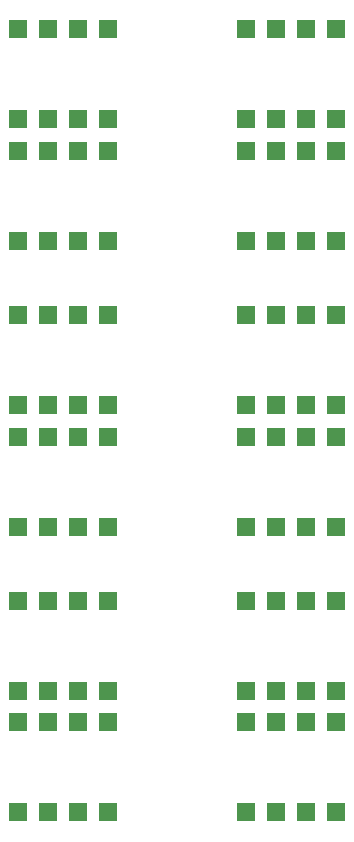
<source format=gbr>
%TF.GenerationSoftware,KiCad,Pcbnew,8.0.4*%
%TF.CreationDate,2024-09-15T22:50:30-03:00*%
%TF.ProjectId,panelized_TA65,70616e65-6c69-47a6-9564-5f544136352e,rev?*%
%TF.SameCoordinates,Original*%
%TF.FileFunction,Paste,Top*%
%TF.FilePolarity,Positive*%
%FSLAX46Y46*%
G04 Gerber Fmt 4.6, Leading zero omitted, Abs format (unit mm)*
G04 Created by KiCad (PCBNEW 8.0.4) date 2024-09-15 22:50:30*
%MOMM*%
%LPD*%
G01*
G04 APERTURE LIST*
%ADD10R,1.600000X1.600000*%
G04 APERTURE END LIST*
D10*
%TO.C,U1*%
X154480000Y-101270500D03*
X157020000Y-101270500D03*
X159560000Y-101270500D03*
X162100000Y-101270500D03*
X162100000Y-93650500D03*
X159560000Y-93650500D03*
X157020000Y-93650500D03*
X154480000Y-93650500D03*
%TD*%
%TO.C,U1*%
X154480000Y-52870500D03*
X157020000Y-52870500D03*
X159560000Y-52870500D03*
X162100000Y-52870500D03*
X162100000Y-45250500D03*
X159560000Y-45250500D03*
X157020000Y-45250500D03*
X154480000Y-45250500D03*
%TD*%
%TO.C,U2*%
X154480000Y-66750500D03*
X157020000Y-66750500D03*
X159560000Y-66750500D03*
X162100000Y-66750500D03*
X162100000Y-59130500D03*
X159560000Y-59130500D03*
X157020000Y-59130500D03*
X154480000Y-59130500D03*
%TD*%
%TO.C,U1*%
X135180000Y-52870500D03*
X137720000Y-52870500D03*
X140260000Y-52870500D03*
X142800000Y-52870500D03*
X142800000Y-45250500D03*
X140260000Y-45250500D03*
X137720000Y-45250500D03*
X135180000Y-45250500D03*
%TD*%
%TO.C,U1*%
X135180000Y-101270500D03*
X137720000Y-101270500D03*
X140260000Y-101270500D03*
X142800000Y-101270500D03*
X142800000Y-93650500D03*
X140260000Y-93650500D03*
X137720000Y-93650500D03*
X135180000Y-93650500D03*
%TD*%
%TO.C,U2*%
X154480000Y-42550500D03*
X157020000Y-42550500D03*
X159560000Y-42550500D03*
X162100000Y-42550500D03*
X162100000Y-34930500D03*
X159560000Y-34930500D03*
X157020000Y-34930500D03*
X154480000Y-34930500D03*
%TD*%
%TO.C,U1*%
X154480000Y-77070500D03*
X157020000Y-77070500D03*
X159560000Y-77070500D03*
X162100000Y-77070500D03*
X162100000Y-69450500D03*
X159560000Y-69450500D03*
X157020000Y-69450500D03*
X154480000Y-69450500D03*
%TD*%
%TO.C,U2*%
X135180000Y-90950500D03*
X137720000Y-90950500D03*
X140260000Y-90950500D03*
X142800000Y-90950500D03*
X142800000Y-83330500D03*
X140260000Y-83330500D03*
X137720000Y-83330500D03*
X135180000Y-83330500D03*
%TD*%
%TO.C,U2*%
X135180000Y-66750500D03*
X137720000Y-66750500D03*
X140260000Y-66750500D03*
X142800000Y-66750500D03*
X142800000Y-59130500D03*
X140260000Y-59130500D03*
X137720000Y-59130500D03*
X135180000Y-59130500D03*
%TD*%
%TO.C,U2*%
X135180000Y-42550500D03*
X137720000Y-42550500D03*
X140260000Y-42550500D03*
X142800000Y-42550500D03*
X142800000Y-34930500D03*
X140260000Y-34930500D03*
X137720000Y-34930500D03*
X135180000Y-34930500D03*
%TD*%
%TO.C,U1*%
X135180000Y-77070500D03*
X137720000Y-77070500D03*
X140260000Y-77070500D03*
X142800000Y-77070500D03*
X142800000Y-69450500D03*
X140260000Y-69450500D03*
X137720000Y-69450500D03*
X135180000Y-69450500D03*
%TD*%
%TO.C,U2*%
X154480000Y-90950500D03*
X157020000Y-90950500D03*
X159560000Y-90950500D03*
X162100000Y-90950500D03*
X162100000Y-83330500D03*
X159560000Y-83330500D03*
X157020000Y-83330500D03*
X154480000Y-83330500D03*
%TD*%
M02*

</source>
